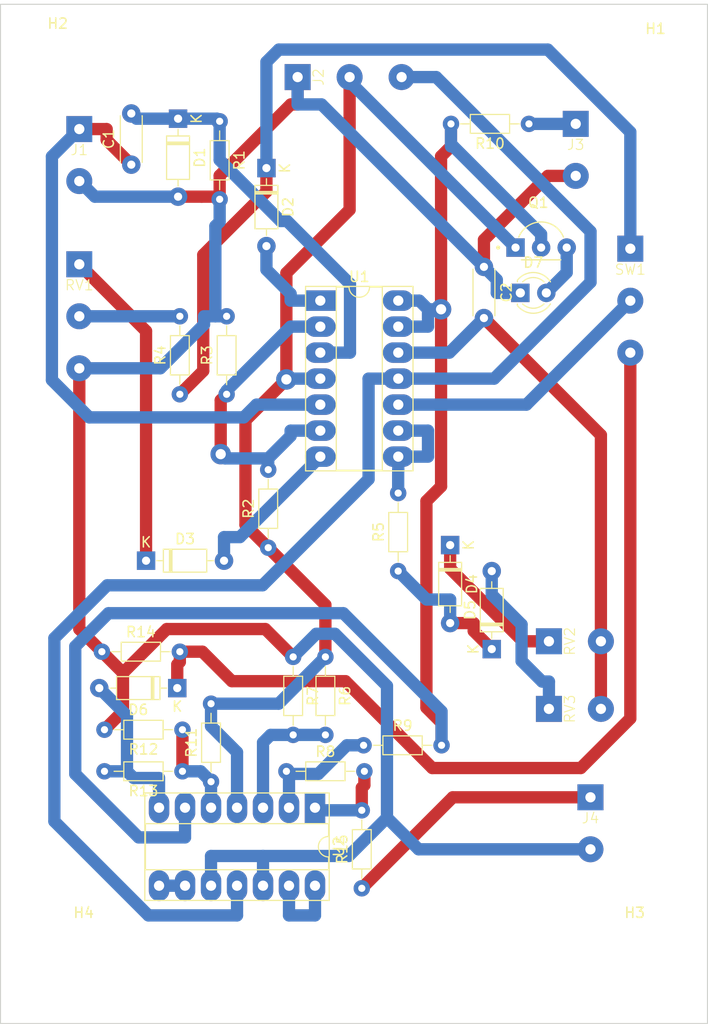
<source format=kicad_pcb>
(kicad_pcb (version 20221018) (generator pcbnew)
  (layers (0 "F.Cu" signal) (31 "B.Cu" signal) (34 "B.Paste" user) (35 "F.Paste" user) (36 "B.SilkS" user "B.Silkscreen") (37 "F.SilkS" user "F.Silkscreen") (38 "B.Mask" user) (39 "F.Mask" user) (44 "Edge.Cuts" user))
  (net 0 "")
  (net 1 "Net-(D1-K)")
  (net 2 "GND")
  (net 3 "Net-(D2-K)")
  (net 4 "Net-(D2-A)")
  (net 5 "Net-(D3-K)")
  (net 6 "Net-(D3-A)")
  (net 7 "Net-(D4-K)")
  (net 8 "Net-(D4-A)")
  (net 9 "Net-(D5-A)")
  (net 10 "Net-(J1-Pin_1)")
  (net 11 "Net-(U1D-+)")
  (net 12 "Net-(D6-K)")
  (net 13 "Net-(D6-A)")
  (net 14 "Net-(D7-A)")
  (net 15 "+12V")
  (net 16 "-12V")
  (net 17 "Net-(J3-Pin_1)")
  (net 18 "Net-(J4-Pin_1)")
  (net 19 "Net-(U1D--)")
  (net 20 "Net-(U1A--)")
  (net 21 "Net-(R4-Pad2)")
  (net 22 "Net-(U1C--)")
  (net 23 "Net-(U2A-+)")
  (net 24 "Net-(U2A--)")
  (net 25 "Net-(R15-Pad2)")
  (net 26 "Net-(U2B-+)")
  (net 27 "Net-(SW1-B)")
  (net 28 "Net-(U2C--)")
  (net 29 "Net-(U2D--)")
  (footprint "MountingHole:MountingHole_2.1mm" (layer "F.Cu") (at 164.084 137.668)
    (fp_text reference "H3" (at 0 -3.2) (layer "F.SilkS"))
    (fp_text value "MountingHole")
    (pad "" np_thru_hole circle (at 0 0) (size 2.1 2.1) (drill 2.1) (layers "*.Cu" "*.Mask"))
  )
  (footprint "my_library:my_dip14_no_f_pads" (layer "F.Cu") (at 133.36 74.671)
    (fp_text reference "U1" (at 3.81 -2.33) (layer "F.SilkS"))
    (fp_text value "TL074")
    (pad "1" thru_hole rect (at 0 0) (size 3 2) (drill 1) (layers "*.Cu" "*.Mask") (net 4 "Net-(D2-A)"))
    (pad "2" thru_hole oval (at 0 2.54) (size 3 2) (drill 1) (layers "*.Cu" "*.Mask") (net 20 "Net-(U1A--)"))
    (pad "3" thru_hole oval (at 0 5.08) (size 3 2) (drill 1) (layers "*.Cu" "*.Mask") (net 1 "Net-(D1-K)"))
    (pad "4" thru_hole oval (at 0 7.62) (size 3 2) (drill 1) (layers "*.Cu" "*.Mask") (net 15 "+12V"))
    (pad "5" thru_hole oval (at 0 10.16) (size 3 2) (drill 1) (layers "*.Cu" "*.Mask") (net 10 "Net-(J1-Pin_1)"))
    (pad "6" thru_hole oval (at 0 12.7) (size 3 2) (drill 1) (layers "*.Cu" "*.Mask") (net 20 "Net-(U1A--)"))
    (pad "7" thru_hole oval (at 0 15.24) (size 3 2) (drill 1) (layers "*.Cu" "*.Mask") (net 6 "Net-(D3-A)"))
    (pad "8" thru_hole oval (at 7.62 15.24) (size 3 2) (drill 1) (layers "*.Cu" "*.Mask") (net 22 "Net-(U1C--)"))
    (pad "9" thru_hole oval (at 7.62 12.7) (size 3 2) (drill 1) (layers "*.Cu" "*.Mask") (net 22 "Net-(U1C--)"))
    (pad "10" thru_hole oval (at 7.62 10.16) (size 3 2) (drill 1) (layers "*.Cu" "*.Mask") (net 27 "Net-(SW1-B)"))
    (pad "11" thru_hole oval (at 7.62 7.62) (size 3 2) (drill 1) (layers "*.Cu" "*.Mask") (net 16 "-12V"))
    (pad "12" thru_hole oval (at 7.62 5.08) (size 3 2) (drill 1) (layers "*.Cu" "*.Mask") (net 11 "Net-(U1D-+)"))
    (pad "13" thru_hole oval (at 7.62 2.54) (size 3 2) (drill 1) (layers "*.Cu" "*.Mask") (net 19 "Net-(U1D--)"))
    (pad "14" thru_hole oval (at 7.62 0) (size 3 2) (drill 1) (layers "*.Cu" "*.Mask") (net 19 "Net-(U1D--)"))
  )
  (footprint "my_library:my_tht_r" (layer "F.Cu") (at 128.27 98.806 90)
    (fp_text reference "R2" (at 3.81 -1.92 90) (layer "F.SilkS"))
    (fp_text value "100k")
    (pad "1" thru_hole circle (at 0 0 90) (size 1.6 1.6) (drill 0.7) (layers "*.Cu" "*.Mask") (net 15 "+12V"))
    (pad "2" thru_hole oval (at 7.62 0 90) (size 1.6 1.6) (drill 0.7) (layers "*.Cu" "*.Mask") (net 20 "Net-(U1A--)"))
  )
  (footprint "my_library:my_dip14_no_f_pads" (layer "F.Cu") (at 132.842 124.206 -90)
    (fp_text reference "U2" (at 3.81 -2.33 -90) (layer "F.SilkS"))
    (fp_text value "TL074")
    (pad "1" thru_hole rect (at 0 0 270) (size 3 2) (drill 1) (layers "*.Cu" "*.Mask") (net 25 "Net-(R15-Pad2)"))
    (pad "2" thru_hole oval (at 0 2.54 270) (size 3 2) (drill 1) (layers "*.Cu" "*.Mask") (net 24 "Net-(U2A--)"))
    (pad "3" thru_hole oval (at 0 5.08 270) (size 3 2) (drill 1) (layers "*.Cu" "*.Mask") (net 23 "Net-(U2A-+)"))
    (pad "4" thru_hole oval (at 0 7.62 270) (size 3 2) (drill 1) (layers "*.Cu" "*.Mask") (net 15 "+12V"))
    (pad "5" thru_hole oval (at 0 10.16 270) (size 3 2) (drill 1) (layers "*.Cu" "*.Mask") (net 26 "Net-(U2B-+)"))
    (pad "6" thru_hole oval (at 0 12.7 270) (size 3 2) (drill 1) (layers "*.Cu" "*.Mask") (net 19 "Net-(U1D--)"))
    (pad "7" thru_hole oval (at 0 15.24 270) (size 3 2) (drill 1) (layers "*.Cu" "*.Mask") (net 13 "Net-(D6-A)"))
    (pad "8" thru_hole oval (at 7.62 15.24 270) (size 3 2) (drill 1) (layers "*.Cu" "*.Mask") (net 28 "Net-(U2C--)"))
    (pad "9" thru_hole oval (at 7.62 12.7 270) (size 3 2) (drill 1) (layers "*.Cu" "*.Mask") (net 28 "Net-(U2C--)"))
    (pad "10" thru_hole oval (at 7.62 10.16 270) (size 3 2) (drill 1) (layers "*.Cu" "*.Mask") (net 2 "GND"))
    (pad "11" thru_hole oval (at 7.62 7.62 270) (size 3 2) (drill 1) (layers "*.Cu" "*.Mask") (net 16 "-12V"))
    (pad "12" thru_hole oval (at 7.62 5.08 270) (size 3 2) (drill 1) (layers "*.Cu" "*.Mask") (net 2 "GND"))
    (pad "13" thru_hole oval (at 7.62 2.54 270) (size 3 2) (drill 1) (layers "*.Cu" "*.Mask") (net 29 "Net-(U2D--)"))
    (pad "14" thru_hole oval (at 7.62 0 270) (size 3 2) (drill 1) (layers "*.Cu" "*.Mask") (net 29 "Net-(U2D--)"))
  )
  (footprint "my_library:my_really_cool_2pin" (layer "F.Cu") (at 158.3218 59.944)
    (fp_text reference "J3" (at 0 -0.5 unlocked) (layer "F.SilkS") (effects (font (thickness 0.1))))
    (fp_text value "Conn_01x02_Socket")
    (pad "1" thru_hole rect (at 0 -2.54) (size 2.54 2.54) (drill 1) (layers "*.Cu" "*.Mask") (net 17 "Net-(J3-Pin_1)"))
    (pad "2" thru_hole circle (at 0 2.54) (size 2.54 2.54) (drill 1) (layers "*.Cu" "*.Mask") (net 2 "GND"))
  )
  (footprint "my_library:my_tht_r" (layer "F.Cu") (at 133.858 109.474 -90)
    (fp_text reference "R6" (at 3.81 -1.92 -90) (layer "F.SilkS"))
    (fp_text value "100k")
    (pad "1" thru_hole circle (at 0 0 270) (size 1.6 1.6) (drill 0.7) (layers "*.Cu" "*.Mask") (net 15 "+12V"))
    (pad "2" thru_hole oval (at 7.62 0 270) (size 1.6 1.6) (drill 0.7) (layers "*.Cu" "*.Mask") (net 23 "Net-(U2A-+)"))
  )
  (footprint "my_library:my_tht_r" (layer "F.Cu") (at 130.708 109.474 -90)
    (fp_text reference "R7" (at 3.81 -1.92 -90) (layer "F.SilkS"))
    (fp_text value "100k")
    (pad "1" thru_hole circle (at 0 0 270) (size 1.6 1.6) (drill 0.7) (layers "*.Cu" "*.Mask") (net 2 "GND"))
    (pad "2" thru_hole oval (at 7.62 0 270) (size 1.6 1.6) (drill 0.7) (layers "*.Cu" "*.Mask") (net 23 "Net-(U2A-+)"))
  )
  (footprint "my_library:my_tht_r" (layer "F.Cu") (at 122.682 121.666 90)
    (fp_text reference "R11" (at 3.81 -1.92 90) (layer "F.SilkS"))
    (fp_text value "100k")
    (pad "1" thru_hole circle (at 0 0 90) (size 1.6 1.6) (drill 0.7) (layers "*.Cu" "*.Mask") (net 26 "Net-(U2B-+)"))
    (pad "2" thru_hole oval (at 7.62 0 90) (size 1.6 1.6) (drill 0.7) (layers "*.Cu" "*.Mask") (net 15 "+12V"))
  )
  (footprint "my_library:my_tht_diode" (layer "F.Cu") (at 150.114 108.712 90)
    (fp_text reference "D5" (at 3.81 -2.12 90) (layer "F.SilkS"))
    (fp_text value "1N4148")
    (fp_text user "K" (at 0 -1.8 90) (layer "F.SilkS"))
    (pad "1" thru_hole rect (at 0 0 90) (size 1.8 1.8) (drill 0.8) (layers "*.Cu" "*.Mask") (net 8 "Net-(D4-A)"))
    (pad "2" thru_hole oval (at 7.62 0 90) (size 1.8 1.8) (drill 0.8) (layers "*.Cu" "*.Mask") (net 9 "Net-(D5-A)"))
  )
  (footprint "MountingHole:MountingHole_2.1mm" (layer "F.Cu") (at 110.236 137.668)
    (fp_text reference "H4" (at 0 -3.2) (layer "F.SilkS"))
    (fp_text value "MountingHole")
    (pad "" np_thru_hole circle (at 0 0) (size 2.1 2.1) (drill 2.1) (layers "*.Cu" "*.Mask"))
  )
  (footprint "my_library:my_really_cool_2pin" (layer "F.Cu") (at 159.761 125.73)
    (fp_text reference "J4" (at 0 -0.5 unlocked) (layer "F.SilkS") (effects (font (thickness 0.1))))
    (fp_text value "Conn_01x02_Socket")
    (pad "1" thru_hole rect (at 0 -2.54) (size 2.54 2.54) (drill 1) (layers "*.Cu" "*.Mask") (net 18 "Net-(J4-Pin_1)"))
    (pad "2" thru_hole circle (at 0 2.54) (size 2.54 2.54) (drill 1) (layers "*.Cu" "*.Mask") (net 2 "GND"))
  )
  (footprint "my_library:my_tht_diode" (layer "F.Cu") (at 119.4598 56.896 -90)
    (fp_text reference "D1" (at 3.81 -2.12 -90) (layer "F.SilkS"))
    (fp_text value "1N4148")
    (fp_text user "K" (at 0 -1.8 -90) (layer "F.SilkS"))
    (pad "1" thru_hole rect (at 0 0 270) (size 1.8 1.8) (drill 0.8) (layers "*.Cu" "*.Mask") (net 1 "Net-(D1-K)"))
    (pad "2" thru_hole oval (at 7.62 0 270) (size 1.8 1.8) (drill 0.8) (layers "*.Cu" "*.Mask") (net 2 "GND"))
  )
  (footprint "my_library:my_tht_r" (layer "F.Cu") (at 119.888 116.586 180)
    (fp_text reference "R12" (at 3.81 -1.92 180) (layer "F.SilkS"))
    (fp_text value "100k")
    (pad "1" thru_hole circle (at 0 0 180) (size 1.6 1.6) (drill 0.7) (layers "*.Cu" "*.Mask") (net 26 "Net-(U2B-+)"))
    (pad "2" thru_hole oval (at 7.62 0 180) (size 1.6 1.6) (drill 0.7) (layers "*.Cu" "*.Mask") (net 2 "GND"))
  )
  (footprint "my_library:my_really_cool_2pin" (layer "F.Cu") (at 158.242 114.554 90)
    (fp_text reference "RV3" (at 0 -0.5 90 unlocked) (layer "F.SilkS") (effects (font (thickness 0.1))))
    (fp_text value "1M")
    (pad "1" thru_hole rect (at 0 -2.54 90) (size 2.54 2.54) (drill 1) (layers "*.Cu" "*.Mask") (net 9 "Net-(D5-A)"))
    (pad "2" thru_hole circle (at 0 2.54 90) (size 2.54 2.54) (drill 1) (layers "*.Cu" "*.Mask") (net 11 "Net-(U1D-+)"))
  )
  (footprint "my_library:my_tht_r" (layer "F.Cu") (at 124.206 83.82 90)
    (fp_text reference "R3" (at 3.81 -1.92 90) (layer "F.SilkS"))
    (fp_text value "47k")
    (pad "1" thru_hole circle (at 0 0 90) (size 1.6 1.6) (drill 0.7) (layers "*.Cu" "*.Mask") (net 20 "Net-(U1A--)"))
    (pad "2" thru_hole oval (at 7.62 0 90) (size 1.6 1.6) (drill 0.7) (layers "*.Cu" "*.Mask") (net 2 "GND"))
  )
  (footprint "my_library:my_tht_cap" (layer "F.Cu") (at 149.352 71.374 -90)
    (fp_text reference "C2" (at 2.5 -2.2 -90) (layer "F.SilkS"))
    (fp_text value "1u")
    (pad "1" thru_hole circle (at 0 0 270) (size 1.8 1.8) (drill 0.8) (layers "*.Cu" "*.Mask") (net 2 "GND"))
    (pad "2" thru_hole circle (at 5 0 270) (size 1.8 1.8) (drill 0.8) (layers "*.Cu" "*.Mask") (net 11 "Net-(U1D-+)"))
  )
  (footprint "my_library:my_really_cool_2pin" (layer "F.Cu") (at 109.8078 60.452)
    (fp_text reference "J1" (at 0 -0.5 unlocked) (layer "F.SilkS") (effects (font (thickness 0.1))))
    (fp_text value "Conn_01x02_Socket")
    (pad "1" thru_hole rect (at 0 -2.54) (size 2.54 2.54) (drill 1) (layers "*.Cu" "*.Mask") (net 10 "Net-(J1-Pin_1)"))
    (pad "2" thru_hole circle (at 0 2.54) (size 2.54 2.54) (drill 1) (layers "*.Cu" "*.Mask") (net 2 "GND"))
  )
  (footprint "my_library:my_tht_r" (layer "F.Cu") (at 140.97 101.092 90)
    (fp_text reference "R5" (at 3.81 -1.92 90) (layer "F.SilkS"))
    (fp_text value "100")
    (pad "1" thru_hole circle (at 0 0 90) (size 1.6 1.6) (drill 0.7) (layers "*.Cu" "*.Mask") (net 8 "Net-(D4-A)"))
    (pad "2" thru_hole oval (at 7.62 0 90) (size 1.6 1.6) (drill 0.7) (layers "*.Cu" "*.Mask") (net 22 "Net-(U1C--)"))
  )
  (footprint "my_library:my_tht_diode" (layer "F.Cu") (at 119.38 112.522 180)
    (fp_text reference "D6" (at 3.81 -2.12 180) (layer "F.SilkS"))
    (fp_text value "1N4148")
    (fp_text user "K" (at 0 -1.8 180) (layer "F.SilkS"))
    (pad "1" thru_hole rect (at 0 0 180) (size 1.8 1.8) (drill 0.8) (layers "*.Cu" "*.Mask") (net 12 "Net-(D6-K)"))
    (pad "2" thru_hole oval (at 7.62 0 180) (size 1.8 1.8) (drill 0.8) (layers "*.Cu" "*.Mask") (net 13 "Net-(D6-A)"))
  )
  (footprint "LED_THT:LED_D3.0mm" (layer "F.Cu") (at 152.908 73.914)
    (fp_text reference "D7" (at 1.27 -2.96) (layer "F.SilkS"))
    (fp_text value "LED")
    (pad "1" thru_hole rect (at 0 0) (size 1.8 1.8) (drill 0.9) (layers "*.Cu" "*.Mask") (net 2 "GND"))
    (pad "2" thru_hole circle (at 2.54 0) (size 1.8 1.8) (drill 0.9) (layers "*.Cu" "*.Mask") (net 14 "Net-(D7-A)"))
  )
  (footprint "my_library:my_tht_r" (layer "F.Cu") (at 119.634 83.82 90)
    (fp_text reference "R4" (at 3.81 -1.92 90) (layer "F.SilkS"))
    (fp_text value "100k")
    (pad "1" thru_hole circle (at 0 0 90) (size 1.6 1.6) (drill 0.7) (layers "*.Cu" "*.Mask") (net 3 "Net-(D2-K)"))
    (pad "2" thru_hole oval (at 7.62 0 90) (size 1.6 1.6) (drill 0.7) (layers "*.Cu" "*.Mask") (net 21 "Net-(R4-Pad2)"))
  )
  (footprint "my_library:my_really_cool_3pin" (layer "F.Cu") (at 133.6838 52.832 90)
    (fp_text reference "J2" (at 0 -0.5 90 unlocked) (layer "F.SilkS") (effects (font (thickness 0.1))))
    (fp_text value "Conn_01x03_Socket")
    (pad "1" thru_hole rect (at 0 -2.54 90) (size 2.54 2.54) (drill 1) (layers "*.Cu" "*.Mask") (net 2 "GND"))
    (pad "2" thru_hole circle (at 0 2.54 90) (size 2.54 2.54) (drill 1) (layers "*.Cu" "*.Mask") (net 15 "+12V"))
    (pad "3" thru_hole circle (at 0 7.62 90) (size 2.54 2.54) (drill 1) (layers "*.Cu" "*.Mask") (net 16 "-12V"))
  )
  (footprint "my_library:my_tht_r" (layer "F.Cu") (at 137.5882 118.11)
    (fp_text reference "R9" (at 3.81 -1.92) (layer "F.SilkS"))
    (fp_text value "100k")
    (pad "1" thru_hole circle (at 0 0) (size 1.6 1.6) (drill 0.7) (layers "*.Cu" "*.Mask") (net 24 "Net-(U2A--)"))
    (pad "2" thru_hole oval (at 7.62 0) (size 1.6 1.6) (drill 0.7) (layers "*.Cu" "*.Mask") (net 19 "Net-(U1D--)"))
  )
  (footprint "my_library:my_tht_r" (layer "F.Cu") (at 112.014 108.966)
    (fp_text reference "R14" (at 3.81 -1.92) (layer "F.SilkS"))
    (fp_text value "100k")
    (pad "1" thru_hole circle (at 0 0) (size 1.6 1.6) (drill 0.7) (layers "*.Cu" "*.Mask") (net 2 "GND"))
    (pad "2" thru_hole oval (at 7.62 0) (size 1.6 1.6) (drill 0.7) (layers "*.Cu" "*.Mask") (net 12 "Net-(D6-K)"))
  )
  (footprint "my_library:my_tht_r" (layer "F.Cu") (at 153.7498 57.404 180)
    (fp_text reference "R10" (at 3.81 -1.92 180) (layer "F.SilkS"))
    (fp_text value "1k")
    (pad "1" thru_hole circle (at 0 0 180) (size 1.6 1.6) (drill 0.7) (layers "*.Cu" "*.Mask") (net 17 "Net-(J3-Pin_1)"))
    (pad "2" thru_hole oval (at 7.62 0 180) (size 1.6 1.6) (drill 0.7) (layers "*.Cu" "*.Mask") (net 19 "Net-(U1D--)"))
  )
  (footprint "my_library:my_really_cool_3pin" (layer "F.Cu") (at 109.8078 73.66)
    (fp_text reference "RV1" (at 0 -0.5 unlocked) (layer "F.SilkS") (effects (font (thickness 0.1))))
    (fp_text value "100k")
    (pad "1" thru_hole rect (at 0 -2.54) (size 2.54 2.54) (drill 1) (layers "*.Cu" "*.Mask") (net 5 "Net-(D3-K)"))
    (pad "2" thru_hole circle (at 0 2.54) (size 2.54 2.54) (drill 1) (layers "*.Cu" "*.Mask") (net 21 "Net-(R4-Pad2)"))
    (pad "3" thru_hole circle (at 0 7.62) (size 2.54 2.54) (drill 1) (layers "*.Cu" "*.Mask") (net 2 "GND"))
  )
  (footprint "MountingHole:MountingHole_2.1mm" (layer "F.Cu") (at 166.116 51.308)
    (fp_text reference "H1" (at 0 -3.2) (layer "F.SilkS"))
    (fp_text value "MountingHole")
    (pad "" np_thru_hole circle (at 0 0) (size 2.1 2.1) (drill 2.1) (layers "*.Cu" "*.Mask"))
  )
  (footprint "my_library:my_really_cool_3pin" (layer "F.Cu") (at 163.6558 72.136)
    (fp_text reference "SW1" (at 0 -0.5 unlocked) (layer "F.SilkS") (effects (font (thickness 0.1))))
    (fp_text value "SW_SPDT")
    (pad "1" thru_hole rect (at 0 -2.54) (size 2.54 2.54) (drill 1) (layers "*.Cu" "*.Mask") (net 3 "Net-(D2-K)"))
    (pad "2" thru_hole circle (at 0 2.54) (size 2.54 2.54) (drill 1) (layers "*.Cu" "*.Mask") (net 27 "Net-(SW1-B)"))
    (pad "3" thru_hole circle (at 0 7.62) (size 2.54 2.54) (drill 1) (layers "*.Cu" "*.Mask") (net 12 "Net-(D6-K)"))
  )
  (footprint "my_library:my_really_cool_2pin" (layer "F.Cu") (at 158.242 107.95 90)
    (fp_text reference "RV2" (at 0 -0.5 90 unlocked) (layer "F.SilkS") (effects (font (thickness 0.1))))
    (fp_text value "1M")
    (pad "1" thru_hole rect (at 0 -2.54 90) (size 2.54 2.54) (drill 1) (layers "*.Cu" "*.Mask") (net 7 "Net-(D4-K)"))
    (pad "2" thru_hole circle (at 0 2.54 90) (size 2.54 2.54) (drill 1) (layers "*.Cu" "*.Mask") (net 11 "Net-(U1D-+)"))
  )
  (footprint "my_library:my_tht_cap" (layer "F.Cu") (at 114.8878 61.388 90)
    (fp_text reference "C1" (at 2.5 -2.2 90) (layer "F.SilkS"))
    (fp_text value "1u")
    (pad "1" thru_hole circle (at 0 0 90) (size 1.8 1.8) (drill 0.8) (layers "*.Cu" "*.Mask") (net 10 "Net-(J1-Pin_1)"))
    (pad "2" thru_hole circle (at 5 0 90) (size 1.8 1.8) (drill 0.8) (layers "*.Cu" "*.Mask") (net 1 "Net-(D1-K)"))
  )
  (footprint "my_library:my_tht_diode" (layer "F.Cu") (at 128.0958 61.722 -90)
    (fp_text reference "D2" (at 3.81 -2.12 -90) (layer "F.SilkS"))
    (fp_text value "1N4148")
    (fp_text user "K" (at 0 -1.8 -90) (layer "F.SilkS"))
    (pad "1" thru_hole rect (at 0 0 270) (size 1.8 1.8) (drill 0.8) (layers "*.Cu" "*.Mask") (net 3 "Net-(D2-K)"))
    (pad "2" thru_hole oval (at 7.62 0 270) (size 1.8 1.8) (drill 0.8) (layers "*.Cu" "*.Mask") (net 4 "Net-(D2-A)"))
  )
  (footprint "my_library:my_tht_r" (layer "F.Cu") (at 130.048 120.65)
    (fp_text reference "R8" (at 3.81 -1.92) (layer "F.SilkS"))
    (fp_text value "100k")
    (pad "1" thru_hole circle (at 0 0) (size 1.6 1.6) (drill 0.7) (layers "*.Cu" "*.Mask") (net 24 "Net-(U2A--)"))
    (pad "2" thru_hole oval (at 7.62 0) (size 1.6 1.6) (drill 0.7) (layers "*.Cu" "*.Mask") (net 25 "Net-(R15-Pad2)"))
  )
  (footprint "my_library:my_tht_r" (layer "F.Cu") (at 123.5238 57.15 -90)
    (fp_text reference "R1" (at 3.81 -1.92 -90) (layer "F.SilkS"))
    (fp_text value "10k")
    (pad "1" thru_hole circle (at 0 0 270) (size 1.6 1.6) (drill 0.7) (layers "*.Cu" "*.Mask") (net 1 "Net-(D1-K)"))
    (pad "2" thru_hole oval (at 7.62 0 270) (size 1.6 1.6) (drill 0.7) (layers "*.Cu" "*.Mask") (net 2 "GND"))
  )
  (footprint "my_library:my_tht_diode" (layer "F.Cu") (at 146.05 98.552 -90)
    (fp_text reference "D4" (at 3.81 -2.12 -90) (layer "F.SilkS"))
    (fp_text value "1N4148")
    (fp_text user "K" (at 0 -1.8 -90) (layer "F.SilkS"))
    (pad "1" thru_hole rect (at 0 0 270) (size 1.8 1.8) (drill 0.8) (layers "*.Cu" "*.Mask") (net 7 "Net-(D4-K)"))
    (pad "2" thru_hole oval (at 7.62 0 270) (size 1.8 1.8) (drill 0.8) (layers "*.Cu" "*.Mask") (net 8 "Net-(D4-A)"))
  )
  (footprint "my_library:my_tht_diode" (layer "F.Cu") (at 116.332 100.076)
    (fp_text reference "D3" (at 3.81 -2.12) (layer "F.SilkS"))
    (fp_text value "1N4148")
    (fp_text user "K" (at 0 -1.8) (layer "F.SilkS"))
    (pad "1" thru_hole rect (at 0 0) (size 1.8 1.8) (drill 0.8) (layers "*.Cu" "*.Mask") (net 5 "Net-(D3-K)"))
    (pad "2" thru_hole oval (at 7.62 0) (size 1.8 1.8) (drill 0.8) (layers "*.Cu" "*.Mask") (net 6 "Net-(D3-A)"))
  )
  (footprint "my_library:my_bc548" (layer "F.Cu") (at 154.94 68.834)
    (fp_text reference "Q1" (at -0.275 -3.735) (layer "F.SilkS"))
    (fp_text value "BC548C")
    (pad "1" thru_hole rect (at -2.5 0.655) (size 1.8 1.8) (drill 0.8) (layers "*.Cu" "*.Mask") (net 15 "+12V"))
    (pad "2" thru_hole circle (at 0 0.655) (size 1.8 1.8) (drill 0.8) (layers "*.Cu" "*.Mask") (net 19 "Net-(U1D--)"))
    (pad "3" thru_hole circle (at 2.5 0.655) (size 1.8 1.8) (drill 0.8) (layers "*.Cu" "*.Mask") (net 14 "Net-(D7-A)"))
  )
  (footprint "MountingHole:MountingHole_2.1mm" (layer "F.Cu") (at 107.696 50.8)
    (fp_text reference "H2" (at 0 -3.2) (layer "F.SilkS"))
    (fp_text value "MountingHole")
    (pad "" np_thru_hole circle (at 0 0) (size 2.1 2.1) (drill 2.1) (layers "*.Cu" "*.Mask"))
  )
  (footprint "my_library:my_tht_r" (layer "F.Cu") (at 119.888 120.65 180)
    (fp_text reference "R13" (at 3.81 -1.92 180) (layer "F.SilkS"))
    (fp_text value "100k")
    (pad "1" thru_hole circle (at 0 0 180) (size 1.6 1.6) (drill 0.7) (layers "*.Cu" "*.Mask") (net 26 "Net-(U2B-+)"))
    (pad "2" thru_hole oval (at 7.62 0 180) (size 1.6 1.6) (drill 0.7) (layers "*.Cu" "*.Mask") (net 13 "Net-(D6-A)"))
  )
  (footprint "my_library:my_tht_r" (layer "F.Cu") (at 137.414 132.08 90)
    (fp_text reference "R15" (at 3.81 -1.92 90) (layer "F.SilkS"))
    (fp_text value "1k")
    (pad "1" thru_hole circle (at 0 0 90) (size 1.6 1.6) (drill 0.7) (layers "*.Cu" "*.Mask") (net 18 "Net-(J4-Pin_1)"))
    (pad "2" thru_hole oval (at 7.62 0 90) (size 1.6 1.6) (drill 0.7) (layers "*.Cu" "*.Mask") (net 25 "Net-(R15-Pad2)"))
  )
  (gr_rect (start 102.108 45.72) (end 171.196 145.288) (stroke (width 0.1)) (fill none) (layer "Edge.Cuts"))
  (segment (start 119.4598 56.896) (end 123.2698 56.896) (width 1.2) (layer "B.Cu") (net 1))
  (segment (start 115.3958 56.896) (end 119.4598 56.896) (width 1.2) (layer "B.Cu") (net 1))
  (segment (start 123.5238 60.9359) (end 129.4812 66.8933) (width 1.2) (layer "B.Cu") (net 1))
  (segment (start 123.2698 56.896) (end 123.5238 57.15) (width 1.2) (layer "B.Cu") (net 1))
  (segment (start 129.4812 66.8933) (end 130.1118 66.8933) (width 1.2) (layer "B.Cu") (net 1))
  (segment (start 114.8878 56.388) (end 115.3958 56.896) (width 1.2) (layer "B.Cu") (net 1))
  (segment (start 133.36 79.751) (end 136.2619 79.751) (width 1.2) (layer "B.Cu") (net 1))
  (segment (start 136.2619 73.0434) (end 136.2619 79.751) (width 1.2) (layer "B.Cu") (net 1))
  (segment (start 130.1118 66.8933) (end 136.2619 73.0434) (width 1.2) (layer "B.Cu") (net 1))
  (segment (start 123.5238 57.15) (end 123.5238 60.9359) (width 1.2) (layer "B.Cu") (net 1))
  (segment (start 114.0788 111.0308) (end 118.3559 106.7537) (width 1.2) (layer "F.Cu") (net 2))
  (segment (start 118.3559 106.7537) (end 127.9877 106.7537) (width 1.2) (layer "F.Cu") (net 2))
  (segment (start 149.352 68.7327) (end 155.6007 62.484) (width 1.2) (layer "F.Cu") (net 2))
  (segment (start 114.0788 111.0308) (end 114.0788 114.7752) (width 1.2) (layer "F.Cu") (net 2))
  (segment (start 109.8078 106.7598) (end 112.014 108.966) (width 1.2) (layer "F.Cu") (net 2))
  (segment (start 123.5238 62.4559) (end 130.4758 55.5039) (width 1.2) (layer "F.Cu") (net 2))
  (segment (start 109.8078 81.28) (end 109.8078 106.7598) (width 1.2) (layer "F.Cu") (net 2))
  (segment (start 131.1438 52.832) (end 131.1438 55.5039) (width 1.2) (layer "F.Cu") (net 2))
  (segment (start 127.9877 106.7537) (end 130.708 109.474) (width 1.2) (layer "F.Cu") (net 2))
  (segment (start 123.5238 64.516) (end 121.7617 64.516) (width 1.2) (layer "F.Cu") (net 2))
  (segment (start 155.6007 62.484) (end 158.3218 62.484) (width 1.2) (layer "F.Cu") (net 2))
  (segment (start 123.5238 64.516) (end 123.5238 62.4559) (width 1.2) (layer "F.Cu") (net 2))
  (segment (start 112.014 108.966) (end 114.0788 111.0308) (width 1.2) (layer "F.Cu") (net 2))
  (segment (start 149.352 71.374) (end 149.352 68.7327) (width 1.2) (layer "F.Cu") (net 2))
  (segment (start 130.4758 55.5039) (end 131.1438 55.5039) (width 1.2) (layer "F.Cu") (net 2))
  (segment (start 123.5238 64.77) (end 123.5238 64.516) (width 1.2) (layer "F.Cu") (net 2))
  (segment (start 119.4598 64.516) (end 121.7617 64.516) (width 1.2) (layer "F.Cu") (net 2))
  (segment (start 114.0788 114.7752) (end 112.268 116.586) (width 1.2) (layer "F.Cu") (net 2))
  (segment (start 127.762 128.9241) (end 122.682 128.9241) (width 1.2) (layer "B.Cu") (net 2))
  (segment (start 132.9666 107.2154) (end 134.786 107.2154) (width 1.2) (layer "B.Cu") (net 2))
  (segment (start 111.3318 64.516) (end 119.4598 64.516) (width 1.2) (layer "B.Cu") (net 2))
  (segment (start 127.762 131.826) (end 127.762 128.9241) (width 1.2) (layer "B.Cu") (net 2))
  (segment (start 117.7224 81.28) (end 122.0041 76.9983) (width 1.2) (layer "B.Cu") (net 2))
  (segment (start 131.1438 55.5039) (end 133.4819 55.5039) (width 1.2) (layer "B.Cu") (net 2))
  (segment (start 139.8758 125.1857) (end 136.1374 128.9241) (width 1.2) (layer "B.Cu") (net 2))
  (segment (start 123.1051 67.3906) (end 123.5238 66.9719) (width 1.2) (layer "B.Cu") (net 2))
  (segment (start 124.206 76.2) (end 123.1051 76.2) (width 1.2) (layer "B.Cu") (net 2))
  (segment (start 152.908 73.914) (end 150.6061 73.914) (width 1.2) (layer "B.Cu") (net 2))
  (segment (start 109.8078 81.28) (end 117.7224 81.28) (width 1.2) (layer "B.Cu") (net 2))
  (segment (start 122.0041 76.9983) (end 122.0041 76.2) (width 1.2) (layer "B.Cu") (net 2))
  (segment (start 142.9601 128.27) (end 139.8758 125.1857) (width 1.2) (layer "B.Cu") (net 2))
  (segment (start 131.1438 52.832) (end 131.1438 55.5039) (width 1.2) (layer "B.Cu") (net 2))
  (segment (start 159.761 128.27) (end 142.9601 128.27) (width 1.2) (layer "B.Cu") (net 2))
  (segment (start 139.8758 112.3052) (end 139.8758 125.1857) (width 1.2) (layer "B.Cu") (net 2))
  (segment (start 133.4819 55.5039) (end 149.352 71.374) (width 1.2) (layer "B.Cu") (net 2))
  (segment (start 122.682 131.826) (end 122.682 128.9241) (width 1.2) (layer "B.Cu") (net 2))
  (segment (start 123.5238 64.77) (end 123.5238 66.9719) (width 1.2) (layer "B.Cu") (net 2))
  (segment (start 150.6061 72.6281) (end 149.352 71.374) (width 1.2) (layer "B.Cu") (net 2))
  (segment (start 109.8078 62.992) (end 111.3318 64.516) (width 1.2) (layer "B.Cu") (net 2))
  (segment (start 136.1374 128.9241) (end 127.762 128.9241) (width 1.2) (layer "B.Cu") (net 2))
  (segment (start 130.708 109.474) (end 132.9666 107.2154) (width 1.2) (layer "B.Cu") (net 2))
  (segment (start 123.1051 76.2) (end 122.0041 76.2) (width 1.2) (layer "B.Cu") (net 2))
  (segment (start 150.6061 73.914) (end 150.6061 72.6281) (width 1.2) (layer "B.Cu") (net 2))
  (segment (start 134.786 107.2154) (end 139.8758 112.3052) (width 1.2) (layer "B.Cu") (net 2))
  (segment (start 123.1051 76.2) (end 123.1051 67.3906) (width 1.2) (layer "B.Cu") (net 2))
  (segment (start 128.0958 61.722) (end 128.0958 64.0239) (width 1.2) (layer "F.Cu") (net 3))
  (segment (start 121.92 81.534) (end 119.634 83.82) (width 1.2) (layer "F.Cu") (net 3))
  (segment (start 128.0958 64.0239) (end 121.92 70.1997) (width 1.2) (layer "F.Cu") (net 3))
  (segment (start 121.92 70.1997) (end 121.92 81.534) (width 1.2) (layer "F.Cu") (net 3))
  (segment (start 163.6558 69.596) (end 163.6558 58.2052) (width 1.2) (layer "B.Cu") (net 3))
  (segment (start 128.0958 51.3559) (end 128.0958 61.722) (width 1.2) (layer "B.Cu") (net 3))
  (segment (start 155.5958 50.1452) (end 129.3065 50.1452) (width 1.2) (layer "B.Cu") (net 3))
  (segment (start 163.6558 58.2052) (end 155.5958 50.1452) (width 1.2) (layer "B.Cu") (net 3))
  (segment (start 129.3065 50.1452) (end 128.0958 51.3559) (width 1.2) (layer "B.Cu") (net 3))
  (segment (start 133.36 74.671) (end 130.4581 74.671) (width 1.2) (layer "B.Cu") (net 4))
  (segment (start 128.0958 71.6439) (end 130.4581 74.0062) (width 1.2) (layer "B.Cu") (net 4))
  (segment (start 130.4581 74.0062) (end 130.4581 74.671) (width 1.2) (layer "B.Cu") (net 4))
  (segment (start 128.0958 69.342) (end 128.0958 71.6439) (width 1.2) (layer "B.Cu") (net 4))
  (segment (start 109.8078 71.12) (end 116.332 77.6442) (width 1.2) (layer "F.Cu") (net 5))
  (segment (start 116.332 77.6442) (end 116.332 100.076) (width 1.2) (layer "F.Cu") (net 5))
  (segment (start 123.952 100.076) (end 123.952 97.7741) (width 1.2) (layer "B.Cu") (net 6))
  (segment (start 133.36 89.911) (end 125.4969 97.7741) (width 1.2) (layer "B.Cu") (net 6))
  (segment (start 125.4969 97.7741) (end 123.952 97.7741) (width 1.2) (layer "B.Cu") (net 6))
  (segment (start 146.05 98.552) (end 146.05 100.8539) (width 1.2) (layer "F.Cu") (net 7))
  (segment (start 146.05 100.8539) (end 153.0301 107.834) (width 1.2) (layer "F.Cu") (net 7))
  (segment (start 153.0301 107.834) (end 153.0301 107.95) (width 1.2) (layer "F.Cu") (net 7))
  (segment (start 155.702 107.95) (end 153.0301 107.95) (width 1.2) (layer "F.Cu") (net 7))
  (segment (start 148.3519 106.172) (end 148.3519 106.9499) (width 1.2) (layer "F.Cu") (net 8))
  (segment (start 146.05 106.172) (end 148.3519 106.172) (width 1.2) (layer "F.Cu") (net 8))
  (segment (start 148.3519 106.9499) (end 150.114 108.712) (width 1.2) (layer "F.Cu") (net 8))
  (segment (start 143.7481 103.8701) (end 140.97 101.092) (width 1.2) (layer "B.Cu") (net 8))
  (segment (start 146.05 106.172) (end 146.05 103.8701) (width 1.2) (layer "B.Cu") (net 8))
  (segment (start 146.05 103.8701) (end 143.7481 103.8701) (width 1.2) (layer "B.Cu") (net 8))
  (segment (start 153.0301 106.31) (end 153.0301 109.8783) (width 1.2) (layer "B.Cu") (net 9))
  (segment (start 153.0301 109.8783) (end 155.0339 111.8821) (width 1.2) (layer "B.Cu") (net 9))
  (segment (start 155.702 114.554) (end 155.702 111.8821) (width 1.2) (layer "B.Cu") (net 9))
  (segment (start 150.114 101.092) (end 150.114 103.3939) (width 1.2) (layer "B.Cu") (net 9))
  (segment (start 155.0339 111.8821) (end 155.702 111.8821) (width 1.2) (layer "B.Cu") (net 9))
  (segment (start 150.114 103.3939) (end 153.0301 106.31) (width 1.2) (layer "B.Cu") (net 9))
  (segment (start 112.4797 58.9799) (end 114.8878 61.388) (width 1.2) (layer "F.Cu") (net 10))
  (segment (start 109.8078 57.912) (end 112.4797 57.912) (width 1.2) (layer "F.Cu") (net 10))
  (segment (start 112.4797 57.912) (end 112.4797 58.9799) (width 1.2) (layer "F.Cu") (net 10))
  (segment (start 133.36 84.831) (end 127.1211 84.831) (width 1.2) (layer "B.Cu") (net 10))
  (segment (start 110.7797 86.0767) (end 107.1332 82.4302) (width 1.2) (layer "B.Cu") (net 10))
  (segment (start 127.1211 84.831) (end 125.8754 86.0767) (width 1.2) (layer "B.Cu") (net 10))
  (segment (start 107.1332 60.5866) (end 109.8078 57.912) (width 1.2) (layer "B.Cu") (net 10))
  (segment (start 125.8754 86.0767) (end 110.7797 86.0767) (width 1.2) (layer "B.Cu") (net 10))
  (segment (start 107.1332 82.4302) (end 107.1332 60.5866) (width 1.2) (layer "B.Cu") (net 10))
  (segment (start 160.782 114.554) (end 160.782 107.95) (width 1.2) (layer "F.Cu") (net 11))
  (segment (start 160.782 107.95) (end 160.782 87.804) (width 1.2) (layer "F.Cu") (net 11))
  (segment (start 160.782 87.804) (end 149.352 76.374) (width 1.2) (layer "F.Cu") (net 11))
  (segment (start 149.352 76.374) (end 145.975 79.751) (width 1.2) (layer "B.Cu") (net 11))
  (segment (start 145.975 79.751) (end 140.98 79.751) (width 1.2) (layer "B.Cu") (net 11))
  (segment (start 119.634 108.966) (end 121.8359 108.966) (width 1.2) (layer "F.Cu") (net 12))
  (segment (start 119.634 108.966) (end 119.634 109.9661) (width 1.2) (layer "F.Cu") (net 12))
  (segment (start 135.8149 111.8456) (end 124.7155 111.8456) (width 1.2) (layer "F.Cu") (net 12))
  (segment (start 119.38 112.522) (end 119.38 110.2201) (width 1.2) (layer "F.Cu") (net 12))
  (segment (start 163.6558 115.4898) (end 158.8142 120.3314) (width 1.2) (layer "F.Cu") (net 12))
  (segment (start 124.7155 111.8456) (end 121.8359 108.966) (width 1.2) (layer "F.Cu") (net 12))
  (segment (start 119.634 109.9661) (end 119.38 110.2201) (width 1.2) (layer "F.Cu") (net 12))
  (segment (start 158.8142 120.3314) (end 144.3007 120.3314) (width 1.2) (layer "F.Cu") (net 12))
  (segment (start 163.6558 79.756) (end 163.6558 115.4898) (width 1.2) (layer "F.Cu") (net 12))
  (segment (start 144.3007 120.3314) (end 135.8149 111.8456) (width 1.2) (layer "F.Cu") (net 12))
  (segment (start 114.4699 120.65) (end 115.124 121.3041) (width 1.2) (layer "B.Cu") (net 13))
  (segment (start 114.4699 115.2319) (end 114.4699 120.65) (width 1.2) (layer "B.Cu") (net 13))
  (segment (start 111.76 112.522) (end 114.4699 115.2319) (width 1.2) (layer "B.Cu") (net 13))
  (segment (start 117.602 124.206) (end 117.602 121.3041) (width 1.2) (layer "B.Cu") (net 13))
  (segment (start 115.124 121.3041) (end 117.602 121.3041) (width 1.2) (layer "B.Cu") (net 13))
  (segment (start 112.268 120.65) (end 114.4699 120.65) (width 1.2) (layer "B.Cu") (net 13))
  (segment (start 157.44 69.489) (end 157.44 71.922) (width 1.2) (layer "B.Cu") (net 14))
  (segment (start 157.44 71.922) (end 155.448 73.914) (width 1.2) (layer "B.Cu") (net 14))
  (segment (start 130.0447 71.9734) (end 130.0447 82.3675) (width 1.2) (layer "F.Cu") (net 15))
  (segment (start 133.858 104.394) (end 133.858 109.474) (width 1.2) (layer "F.Cu") (net 15))
  (segment (start 128.27 98.806) (end 126.0467 96.5827) (width 1.2) (layer "F.Cu") (net 15))
  (segment (start 126.0467 86.3655) (end 130.0447 82.3675) (width 1.2) (layer "F.Cu") (net 15))
  (segment (start 126.0467 96.5827) (end 126.0467 86.3655) (width 1.2) (layer "F.Cu") (net 15))
  (segment (start 136.2238 52.832) (end 136.2238 65.7943) (width 1.2) (layer "F.Cu") (net 15))
  (segment (start 128.27 98.806) (end 133.858 104.394) (width 1.2) (layer "F.Cu") (net 15))
  (segment (start 136.2238 65.7943) (end 130.0447 71.9734) (width 1.2) (layer "F.Cu") (net 15))
  (via (at 130.0447 82.3675) (size 2) (drill 1) (layers "F.Cu" "B.Cu") (net 15))
  (segment (start 129.286 114.046) (end 122.682 114.046) (width 1.2) (layer "B.Cu") (net 15))
  (segment (start 122.682 116.2479) (end 125.222 118.7879) (width 1.2) (layer "B.Cu") (net 15))
  (segment (start 122.682 114.046) (end 122.682 116.2479) (width 1.2) (layer "B.Cu") (net 15))
  (segment (start 152.44 69.489) (end 136.2238 53.2728) (width 1.2) (layer "B.Cu") (net 15))
  (segment (start 133.36 82.291) (end 130.1212 82.291) (width 1.2) (layer "B.Cu") (net 15))
  (segment (start 130.1212 82.291) (end 130.0447 82.3675) (width 1.2) (layer "B.Cu") (net 15))
  (segment (start 136.2238 53.2728) (end 136.2238 52.832) (width 1.2) (layer "B.Cu") (net 15))
  (segment (start 125.222 118.7879) (end 125.222 124.206) (width 1.2) (layer "B.Cu") (net 15))
  (segment (start 133.858 109.474) (end 129.286 114.046) (width 1.2) (layer "B.Cu") (net 15))
  (segment (start 138.0781 82.291) (end 138.0781 92.1187) (width 1.2) (layer "B.Cu") (net 16))
  (segment (start 150.3485 82.291) (end 140.98 82.291) (width 1.2) (layer "B.Cu") (net 16))
  (segment (start 159.767 67.9178) (end 159.767 72.8725) (width 1.2) (layer "B.Cu") (net 16))
  (segment (start 141.3038 52.832) (end 144.6812 52.832) (width 1.2) (layer "B.Cu") (net 16))
  (segment (start 138.0781 92.1187) (end 127.7169 102.4799) (width 1.2) (layer "B.Cu") (net 16))
  (segment (start 107.371 125.5378) (end 116.5611 134.7279) (width 1.2) (layer "B.Cu") (net 16))
  (segment (start 127.7169 102.4799) (end 112.5358 102.4799) (width 1.2) (layer "B.Cu") (net 16))
  (segment (start 116.5611 134.7279) (end 125.222 134.7279) (width 1.2) (layer "B.Cu") (net 16))
  (segment (start 112.5358 102.4799) (end 107.371 107.6447) (width 1.2) (layer "B.Cu") (net 16))
  (segment (start 140.98 82.291) (end 138.0781 82.291) (width 1.2) (layer "B.Cu") (net 16))
  (segment (start 107.371 107.6447) (end 107.371 125.5378) (width 1.2) (layer "B.Cu") (net 16))
  (segment (start 125.222 131.826) (end 125.222 134.7279) (width 1.2) (layer "B.Cu") (net 16))
  (segment (start 144.6812 52.832) (end 159.767 67.9178) (width 1.2) (layer "B.Cu") (net 16))
  (segment (start 159.767 72.8725) (end 150.3485 82.291) (width 1.2) (layer "B.Cu") (net 16))
  (segment (start 158.3218 57.404) (end 153.7498 57.404) (width 1.2) (layer "B.Cu") (net 17))
  (segment (start 159.761 123.19) (end 146.304 123.19) (width 1.2) (layer "F.Cu") (net 18))
  (segment (start 146.304 123.19) (end 137.414 132.08) (width 1.2) (layer "F.Cu") (net 18))
  (segment (start 145.1618 60.5739) (end 145.1618 75.5167) (width 1.2) (layer "F.Cu") (net 19))
  (segment (start 146.1298 57.404) (end 146.1298 59.6059) (width 1.2) (layer "F.Cu") (net 19))
  (segment (start 143.7307 114.4306) (end 143.7307 94.2549) (width 1.2) (layer "F.Cu") (net 19))
  (segment (start 145.2082 118.11) (end 145.2082 115.9081) (width 1.2) (layer "F.Cu") (net 19))
  (segment (start 145.1618 92.8238) (end 145.1618 75.5167) (width 1.2) (layer "F.Cu") (net 19))
  (segment (start 146.1298 59.6059) (end 145.1618 60.5739) (width 1.2) (layer "F.Cu") (net 19))
  (segment (start 145.2082 115.9081) (end 143.7307 114.4306) (width 1.2) (layer "F.Cu") (net 19))
  (segment (start 143.7307 94.2549) (end 145.1618 92.8238) (width 1.2) (layer "F.Cu") (net 19))
  (via (at 145.1618 75.5167) (size 2) (drill 1) (layers "F.Cu" "B.Cu") (net 19))
  (segment (start 146.3579 59.6059) (end 146.1298 59.6059) (width 1.2) (layer "B.Cu") (net 19))
  (segment (start 143.8819 75.5167) (end 143.8819 77.211) (width 1.2) (layer "B.Cu") (net 19))
  (segment (start 120.142 127.1079) (end 115.6081 127.1079) (width 1.2) (layer "B.Cu") (net 19))
  (segment (start 135.6132 105.2076) (end 145.2082 114.8026) (width 1.2) (layer "B.Cu") (net 19))
  (segment (start 146.1298 57.404) (end 146.1298 59.6059) (width 1.2) (layer "B.Cu") (net 19))
  (segment (start 154.94 69.489) (end 154.94 68.188) (width 1.2) (layer "B.Cu") (net 19))
  (segment (start 140.98 74.671) (end 142.431 74.671) (width 1.2) (layer "B.Cu") (net 19))
  (segment (start 112.6559 105.2076) (end 135.6132 105.2076) (width 1.2) (layer "B.Cu") (net 19))
  (segment (start 145.2082 118.11) (end 145.2082 115.9081) (width 1.2) (layer "B.Cu") (net 19))
  (segment (start 154.94 68.188) (end 146.3579 59.6059) (width 1.2) (layer "B.Cu") (net 19))
  (segment (start 109.413 120.9128) (end 109.413 108.4505) (width 1.2) (layer "B.Cu") (net 19))
  (segment (start 115.6081 127.1079) (end 109.413 120.9128) (width 1.2) (layer "B.Cu") (net 19))
  (segment (start 143.0362 74.671) (end 142.431 74.671) (width 1.2) (layer "B.Cu") (net 19))
  (segment (start 140.98 77.211) (end 143.8819 77.211) (width 1.2) (layer "B.Cu") (net 19))
  (segment (start 143.8819 75.5167) (end 143.0362 74.671) (width 1.2) (layer "B.Cu") (net 19))
  (segment (start 145.2082 114.8026) (end 145.2082 115.9081) (width 1.2) (layer "B.Cu") (net 19))
  (segment (start 109.413 108.4505) (end 112.6559 105.2076) (width 1.2) (layer "B.Cu") (net 19))
  (segment (start 120.142 124.206) (end 120.142 127.1079) (width 1.2) (layer "B.Cu") (net 19))
  (segment (start 145.1618 75.5167) (end 143.8819 75.5167) (width 1.2) (layer "B.Cu") (net 19))
  (segment (start 123.6257 84.4003) (end 124.206 83.82) (width 1.2) (layer "F.Cu") (net 20))
  (segment (start 123.6257 89.6686) (end 123.6257 84.4003) (width 1.2) (layer "F.Cu") (net 20))
  (via (at 123.6257 89.6686) (size 2) (drill 1) (layers "F.Cu" "B.Cu") (net 20))
  (segment (start 124.0421 90.085) (end 128.27 90.085) (width 1.2) (layer "B.Cu") (net 20))
  (segment (start 133.36 87.371) (end 130.4581 87.371) (width 1.2) (layer "B.Cu") (net 20))
  (segment (start 124.206 83.4631) (end 124.206 83.82) (width 1.2) (layer "B.Cu") (net 20))
  (segment (start 133.36 77.211) (end 130.4581 77.211) (width 1.2) (layer "B.Cu") (net 20))
  (segment (start 130.4581 87.8969) (end 130.4581 87.371) (width 1.2) (layer "B.Cu") (net 20))
  (segment (start 123.6257 89.6686) (end 124.0421 90.085) (width 1.2) (layer "B.Cu") (net 20))
  (segment (start 128.27 91.186) (end 128.27 90.085) (width 1.2) (layer "B.Cu") (net 20))
  (segment (start 130.4581 77.211) (end 124.206 83.4631) (width 1.2) (layer "B.Cu") (net 20))
  (segment (start 128.27 90.085) (end 130.4581 87.8969) (width 1.2) (layer "B.Cu") (net 20))
  (segment (start 109.8078 76.2) (end 119.634 76.2) (width 1.2) (layer "B.Cu") (net 21))
  (segment (start 140.97 93.472) (end 140.97 91.2701) (width 1.2) (layer "B.Cu") (net 22))
  (segment (start 140.98 91.2601) (end 140.98 89.911) (width 1.2) (layer "B.Cu") (net 22))
  (segment (start 140.98 87.371) (end 143.8819 87.371) (width 1.2) (layer "B.Cu") (net 22))
  (segment (start 143.8819 89.911) (end 143.8819 87.371) (width 1.2) (layer "B.Cu") (net 22))
  (segment (start 140.97 91.2701) (end 140.98 91.2601) (width 1.2) (layer "B.Cu") (net 22))
  (segment (start 140.98 89.911) (end 143.8819 89.911) (width 1.2) (layer "B.Cu") (net 22))
  (segment (start 127.762 117.8381) (end 127.762 124.206) (width 1.2) (layer "B.Cu") (net 23))
  (segment (start 133.858 117.094) (end 130.708 117.094) (width 1.2) (layer "B.Cu") (net 23))
  (segment (start 130.708 117.094) (end 128.5061 117.094) (width 1.2) (layer "B.Cu") (net 23))
  (segment (start 128.5061 117.094) (end 127.762 117.8381) (width 1.2) (layer "B.Cu") (net 23))
  (segment (start 130.302 120.904) (end 130.302 124.206) (width 1.2) (layer "B.Cu") (net 24))
  (segment (start 130.048 120.65) (end 130.302 120.904) (width 1.2) (layer "B.Cu") (net 24))
  (segment (start 137.5882 118.11) (end 135.956 118.11) (width 1.2) (layer "B.Cu") (net 24))
  (segment (start 135.956 118.11) (end 133.162 120.904) (width 1.2) (layer "B.Cu") (net 24))
  (segment (start 133.162 120.904) (end 130.302 120.904) (width 1.2) (layer "B.Cu") (net 24))
  (segment (start 137.668 122.0041) (end 137.668 120.65) (width 1.2) (layer "F.Cu") (net 25))
  (segment (start 137.414 122.2581) (end 137.668 122.0041) (width 1.2) (layer "F.Cu") (net 25))
  (segment (start 137.414 124.46) (end 137.414 122.2581) (width 1.2) (layer "F.Cu") (net 25))
  (segment (start 137.414 124.46) (end 133.096 124.46) (width 1.2) (layer "B.Cu") (net 25))
  (segment (start 133.096 124.46) (end 132.842 124.206) (width 1.2) (layer "B.Cu") (net 25))
  (segment (start 119.888 116.586) (end 119.888 120.65) (width 1.2) (layer "F.Cu") (net 26))
  (segment (start 121.666 120.65) (end 122.682 121.666) (width 1.2) (layer "B.Cu") (net 26))
  (segment (start 122.682 121.666) (end 122.682 124.206) (width 1.2) (layer "B.Cu") (net 26))
  (segment (start 119.888 120.65) (end 121.666 120.65) (width 1.2) (layer "B.Cu") (net 26))
  (segment (start 140.98 84.831) (end 153.5008 84.831) (width 1.2) (layer "B.Cu") (net 27))
  (segment (start 153.5008 84.831) (end 163.6558 74.676) (width 1.2) (layer "B.Cu") (net 27))
  (segment (start 120.142 131.826) (end 117.602 131.826) (width 1.2) (layer "B.Cu") (net 28))
  (segment (start 132.842 134.7279) (end 130.302 134.7279) (width 1.2) (layer "B.Cu") (net 29))
  (segment (start 130.302 131.826) (end 130.302 134.7279) (width 1.2) (layer "B.Cu") (net 29))
  (segment (start 132.842 131.826) (end 132.842 134.7279) (width 1.2) (layer "B.Cu") (net 29))
)
</source>
